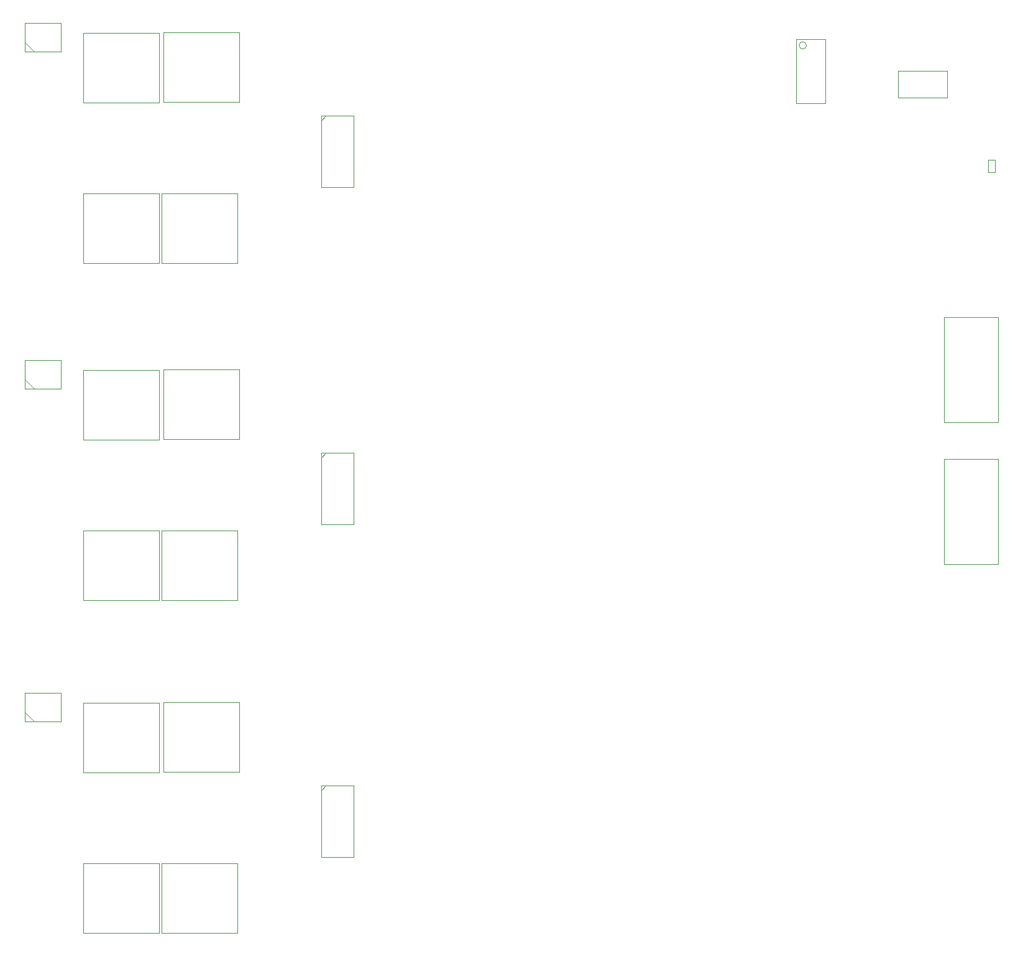
<source format=gbr>
%TF.GenerationSoftware,Altium Limited,Altium Designer,19.1.5 (86)*%
G04 Layer_Color=16711935*
%FSLAX26Y26*%
%MOIN*%
%TF.FileFunction,Other,Mechanical_13*%
%TF.Part,Single*%
G01*
G75*
%TA.AperFunction,NonConductor*%
%ADD47C,0.003937*%
D47*
X4276378Y4827795D02*
G03*
X4276378Y4827795I-19685J0D01*
G01*
X5014330Y2611496D02*
X5305669D01*
X5014330Y2048504D02*
X5305669D01*
X5014328Y2048502D02*
X5014330Y2611496D01*
X5305669Y2048504D02*
Y2611496D01*
X5014333Y3371496D02*
X5305671D01*
X5014333Y2808504D02*
X5305671D01*
X5014331Y2808502D02*
X5014333Y3371496D01*
X5305671Y2808504D02*
Y3371496D01*
X83543Y4793228D02*
Y4946772D01*
X276457D01*
Y4793228D02*
Y4946772D01*
X83543Y4793228D02*
X276457D01*
X83543Y4843228D02*
X133543Y4793228D01*
X1673386Y4450945D02*
X1846614D01*
Y4069055D02*
Y4450945D01*
X1673386Y4069055D02*
X1846614D01*
X1673386D02*
Y4450945D01*
Y4425354D02*
X1698976Y4450945D01*
X397244Y3662048D02*
Y4034094D01*
X802756Y3662048D02*
Y4034094D01*
X397244Y3662048D02*
X802756D01*
X397244Y4034094D02*
X802756D01*
X397244Y4522048D02*
Y4894094D01*
X802756Y4522048D02*
Y4894094D01*
X397244Y4522048D02*
X802756D01*
X397244Y4894094D02*
X802756D01*
X817244Y3662048D02*
Y4034094D01*
X1222756Y3662048D02*
Y4034094D01*
X817244Y3662048D02*
X1222756D01*
X817244Y4034094D02*
X1222756D01*
X827244Y4524410D02*
Y4896456D01*
X1232756Y4524410D02*
Y4896456D01*
X827244Y4524410D02*
X1232756D01*
X827244Y4896456D02*
X1232756D01*
X83543Y2986693D02*
Y3140236D01*
X276457D01*
Y2986693D02*
Y3140236D01*
X83543Y2986693D02*
X276457D01*
X83543Y3036693D02*
X133543Y2986693D01*
X1673386Y2644410D02*
X1846614D01*
Y2262520D02*
Y2644410D01*
X1673386Y2262520D02*
X1846614D01*
X1673386D02*
Y2644410D01*
Y2618819D02*
X1698976Y2644410D01*
X397244Y1855513D02*
Y2227559D01*
X802756Y1855513D02*
Y2227559D01*
X397244Y1855513D02*
X802756D01*
X397244Y2227559D02*
X802756D01*
X397244Y2715513D02*
Y3087559D01*
X802756Y2715513D02*
Y3087559D01*
X397244Y2715513D02*
X802756D01*
X397244Y3087559D02*
X802756D01*
X817244Y1855513D02*
Y2227559D01*
X1222756Y1855513D02*
Y2227559D01*
X817244Y1855513D02*
X1222756D01*
X817244Y2227559D02*
X1222756D01*
X827244Y2717875D02*
Y3089921D01*
X1232756Y2717875D02*
Y3089921D01*
X827244Y2717875D02*
X1232756D01*
X827244Y3089921D02*
X1232756D01*
X83543Y1253228D02*
X133543Y1203228D01*
X83543D02*
X276457D01*
Y1356772D01*
X83543D02*
X276457D01*
X83543Y1203228D02*
Y1356772D01*
X397244Y1304094D02*
X802756D01*
X397244Y932048D02*
X802756D01*
Y1304094D01*
X397244Y932048D02*
Y1304094D01*
X827244Y1306456D02*
X1232756D01*
X827244Y934410D02*
X1232756D01*
Y1306456D01*
X827244Y934410D02*
Y1306456D01*
X1673386Y835354D02*
X1698976Y860945D01*
X1673386Y479055D02*
Y860945D01*
Y479055D02*
X1846614D01*
Y860945D01*
X1673386D02*
X1846614D01*
X397244Y444094D02*
X802756D01*
X397244Y72048D02*
X802756D01*
Y444094D01*
X397244Y72048D02*
Y444094D01*
X817244D02*
X1222756D01*
X817244Y72048D02*
X1222756D01*
Y444094D01*
X817244Y72048D02*
Y444094D01*
X4768110Y4692835D02*
X5031890D01*
X4768110Y4547165D02*
X5031890D01*
Y4692835D01*
X4768110Y4547165D02*
Y4692835D01*
X5252283Y4146535D02*
X5287717D01*
X5252283Y4213465D02*
X5287717D01*
X5252283Y4146535D02*
Y4213465D01*
X5287717Y4146535D02*
Y4213465D01*
X4221260Y4517756D02*
Y4862244D01*
X4378740Y4517756D02*
Y4862244D01*
X4221260D02*
X4378740D01*
X4221260Y4517756D02*
X4378740D01*
%TF.MD5,304398f503e1cb66b38203f89468e9fc*%
M02*

</source>
